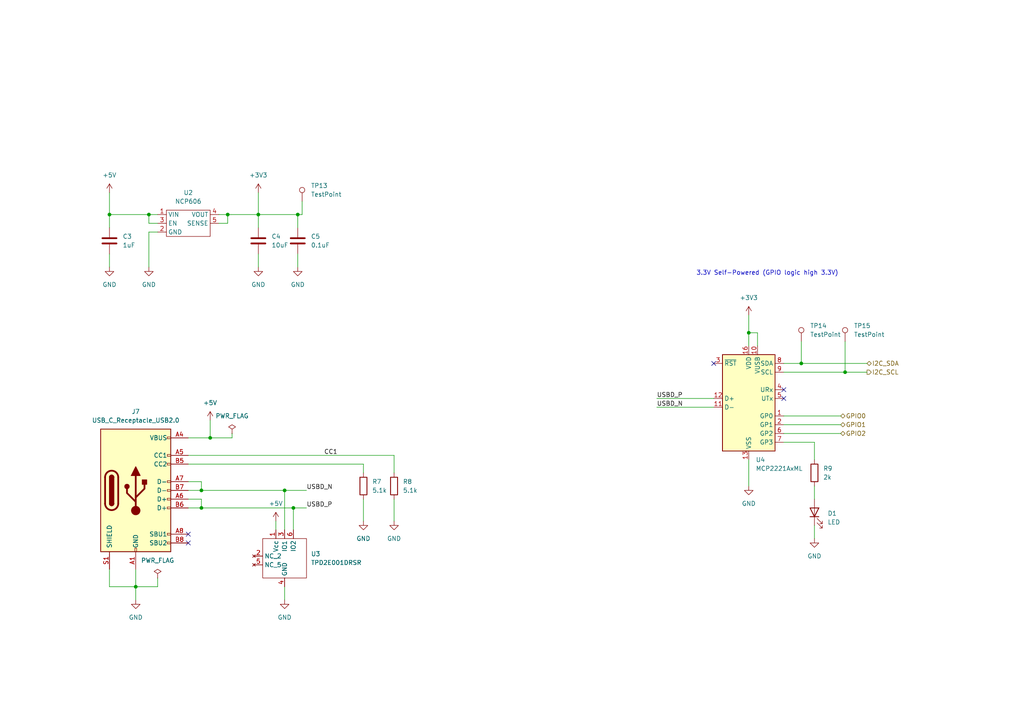
<source format=kicad_sch>
(kicad_sch (version 20211123) (generator eeschema)

  (uuid 8fb6774b-9ab0-47a5-9476-41708212d06d)

  (paper "A4")

  (lib_symbols
    (symbol "Connector:TestPoint" (pin_numbers hide) (pin_names (offset 0.762) hide) (in_bom yes) (on_board yes)
      (property "Reference" "TP" (id 0) (at 0 6.858 0)
        (effects (font (size 1.27 1.27)))
      )
      (property "Value" "TestPoint" (id 1) (at 0 5.08 0)
        (effects (font (size 1.27 1.27)))
      )
      (property "Footprint" "" (id 2) (at 5.08 0 0)
        (effects (font (size 1.27 1.27)) hide)
      )
      (property "Datasheet" "~" (id 3) (at 5.08 0 0)
        (effects (font (size 1.27 1.27)) hide)
      )
      (property "ki_keywords" "test point tp" (id 4) (at 0 0 0)
        (effects (font (size 1.27 1.27)) hide)
      )
      (property "ki_description" "test point" (id 5) (at 0 0 0)
        (effects (font (size 1.27 1.27)) hide)
      )
      (property "ki_fp_filters" "Pin* Test*" (id 6) (at 0 0 0)
        (effects (font (size 1.27 1.27)) hide)
      )
      (symbol "TestPoint_0_1"
        (circle (center 0 3.302) (radius 0.762)
          (stroke (width 0) (type default) (color 0 0 0 0))
          (fill (type none))
        )
      )
      (symbol "TestPoint_1_1"
        (pin passive line (at 0 0 90) (length 2.54)
          (name "1" (effects (font (size 1.27 1.27))))
          (number "1" (effects (font (size 1.27 1.27))))
        )
      )
    )
    (symbol "Connector:USB_C_Receptacle_USB2.0" (pin_names (offset 1.016)) (in_bom yes) (on_board yes)
      (property "Reference" "J" (id 0) (at -10.16 19.05 0)
        (effects (font (size 1.27 1.27)) (justify left))
      )
      (property "Value" "USB_C_Receptacle_USB2.0" (id 1) (at 19.05 19.05 0)
        (effects (font (size 1.27 1.27)) (justify right))
      )
      (property "Footprint" "" (id 2) (at 3.81 0 0)
        (effects (font (size 1.27 1.27)) hide)
      )
      (property "Datasheet" "https://www.usb.org/sites/default/files/documents/usb_type-c.zip" (id 3) (at 3.81 0 0)
        (effects (font (size 1.27 1.27)) hide)
      )
      (property "ki_keywords" "usb universal serial bus type-C USB2.0" (id 4) (at 0 0 0)
        (effects (font (size 1.27 1.27)) hide)
      )
      (property "ki_description" "USB 2.0-only Type-C Receptacle connector" (id 5) (at 0 0 0)
        (effects (font (size 1.27 1.27)) hide)
      )
      (property "ki_fp_filters" "USB*C*Receptacle*" (id 6) (at 0 0 0)
        (effects (font (size 1.27 1.27)) hide)
      )
      (symbol "USB_C_Receptacle_USB2.0_0_0"
        (rectangle (start -0.254 -17.78) (end 0.254 -16.764)
          (stroke (width 0) (type default) (color 0 0 0 0))
          (fill (type none))
        )
        (rectangle (start 10.16 -14.986) (end 9.144 -15.494)
          (stroke (width 0) (type default) (color 0 0 0 0))
          (fill (type none))
        )
        (rectangle (start 10.16 -12.446) (end 9.144 -12.954)
          (stroke (width 0) (type default) (color 0 0 0 0))
          (fill (type none))
        )
        (rectangle (start 10.16 -4.826) (end 9.144 -5.334)
          (stroke (width 0) (type default) (color 0 0 0 0))
          (fill (type none))
        )
        (rectangle (start 10.16 -2.286) (end 9.144 -2.794)
          (stroke (width 0) (type default) (color 0 0 0 0))
          (fill (type none))
        )
        (rectangle (start 10.16 0.254) (end 9.144 -0.254)
          (stroke (width 0) (type default) (color 0 0 0 0))
          (fill (type none))
        )
        (rectangle (start 10.16 2.794) (end 9.144 2.286)
          (stroke (width 0) (type default) (color 0 0 0 0))
          (fill (type none))
        )
        (rectangle (start 10.16 7.874) (end 9.144 7.366)
          (stroke (width 0) (type default) (color 0 0 0 0))
          (fill (type none))
        )
        (rectangle (start 10.16 10.414) (end 9.144 9.906)
          (stroke (width 0) (type default) (color 0 0 0 0))
          (fill (type none))
        )
        (rectangle (start 10.16 15.494) (end 9.144 14.986)
          (stroke (width 0) (type default) (color 0 0 0 0))
          (fill (type none))
        )
      )
      (symbol "USB_C_Receptacle_USB2.0_0_1"
        (rectangle (start -10.16 17.78) (end 10.16 -17.78)
          (stroke (width 0.254) (type default) (color 0 0 0 0))
          (fill (type background))
        )
        (arc (start -8.89 -3.81) (mid -6.985 -5.715) (end -5.08 -3.81)
          (stroke (width 0.508) (type default) (color 0 0 0 0))
          (fill (type none))
        )
        (arc (start -7.62 -3.81) (mid -6.985 -4.445) (end -6.35 -3.81)
          (stroke (width 0.254) (type default) (color 0 0 0 0))
          (fill (type none))
        )
        (arc (start -7.62 -3.81) (mid -6.985 -4.445) (end -6.35 -3.81)
          (stroke (width 0.254) (type default) (color 0 0 0 0))
          (fill (type outline))
        )
        (rectangle (start -7.62 -3.81) (end -6.35 3.81)
          (stroke (width 0.254) (type default) (color 0 0 0 0))
          (fill (type outline))
        )
        (arc (start -6.35 3.81) (mid -6.985 4.445) (end -7.62 3.81)
          (stroke (width 0.254) (type default) (color 0 0 0 0))
          (fill (type none))
        )
        (arc (start -6.35 3.81) (mid -6.985 4.445) (end -7.62 3.81)
          (stroke (width 0.254) (type default) (color 0 0 0 0))
          (fill (type outline))
        )
        (arc (start -5.08 3.81) (mid -6.985 5.715) (end -8.89 3.81)
          (stroke (width 0.508) (type default) (color 0 0 0 0))
          (fill (type none))
        )
        (circle (center -2.54 1.143) (radius 0.635)
          (stroke (width 0.254) (type default) (color 0 0 0 0))
          (fill (type outline))
        )
        (circle (center 0 -5.842) (radius 1.27)
          (stroke (width 0) (type default) (color 0 0 0 0))
          (fill (type outline))
        )
        (polyline
          (pts
            (xy -8.89 -3.81)
            (xy -8.89 3.81)
          )
          (stroke (width 0.508) (type default) (color 0 0 0 0))
          (fill (type none))
        )
        (polyline
          (pts
            (xy -5.08 3.81)
            (xy -5.08 -3.81)
          )
          (stroke (width 0.508) (type default) (color 0 0 0 0))
          (fill (type none))
        )
        (polyline
          (pts
            (xy 0 -5.842)
            (xy 0 4.318)
          )
          (stroke (width 0.508) (type default) (color 0 0 0 0))
          (fill (type none))
        )
        (polyline
          (pts
            (xy 0 -3.302)
            (xy -2.54 -0.762)
            (xy -2.54 0.508)
          )
          (stroke (width 0.508) (type default) (color 0 0 0 0))
          (fill (type none))
        )
        (polyline
          (pts
            (xy 0 -2.032)
            (xy 2.54 0.508)
            (xy 2.54 1.778)
          )
          (stroke (width 0.508) (type default) (color 0 0 0 0))
          (fill (type none))
        )
        (polyline
          (pts
            (xy -1.27 4.318)
            (xy 0 6.858)
            (xy 1.27 4.318)
            (xy -1.27 4.318)
          )
          (stroke (width 0.254) (type default) (color 0 0 0 0))
          (fill (type outline))
        )
        (rectangle (start 1.905 1.778) (end 3.175 3.048)
          (stroke (width 0.254) (type default) (color 0 0 0 0))
          (fill (type outline))
        )
      )
      (symbol "USB_C_Receptacle_USB2.0_1_1"
        (pin passive line (at 0 -22.86 90) (length 5.08)
          (name "GND" (effects (font (size 1.27 1.27))))
          (number "A1" (effects (font (size 1.27 1.27))))
        )
        (pin passive line (at 0 -22.86 90) (length 5.08) hide
          (name "GND" (effects (font (size 1.27 1.27))))
          (number "A12" (effects (font (size 1.27 1.27))))
        )
        (pin passive line (at 15.24 15.24 180) (length 5.08)
          (name "VBUS" (effects (font (size 1.27 1.27))))
          (number "A4" (effects (font (size 1.27 1.27))))
        )
        (pin bidirectional line (at 15.24 10.16 180) (length 5.08)
          (name "CC1" (effects (font (size 1.27 1.27))))
          (number "A5" (effects (font (size 1.27 1.27))))
        )
        (pin bidirectional line (at 15.24 -2.54 180) (length 5.08)
          (name "D+" (effects (font (size 1.27 1.27))))
          (number "A6" (effects (font (size 1.27 1.27))))
        )
        (pin bidirectional line (at 15.24 2.54 180) (length 5.08)
          (name "D-" (effects (font (size 1.27 1.27))))
          (number "A7" (effects (font (size 1.27 1.27))))
        )
        (pin bidirectional line (at 15.24 -12.7 180) (length 5.08)
          (name "SBU1" (effects (font (size 1.27 1.27))))
          (number "A8" (effects (font (size 1.27 1.27))))
        )
        (pin passive line (at 15.24 15.24 180) (length 5.08) hide
          (name "VBUS" (effects (font (size 1.27 1.27))))
          (number "A9" (effects (font (size 1.27 1.27))))
        )
        (pin passive line (at 0 -22.86 90) (length 5.08) hide
          (name "GND" (effects (font (size 1.27 1.27))))
          (number "B1" (effects (font (size 1.27 1.27))))
        )
        (pin passive line (at 0 -22.86 90) (length 5.08) hide
          (name "GND" (effects (font (size 1.27 1.27))))
          (number "B12" (effects (font (size 1.27 1.27))))
        )
        (pin passive line (at 15.24 15.24 180) (length 5.08) hide
          (name "VBUS" (effects (font (size 1.27 1.27))))
          (number "B4" (effects (font (size 1.27 1.27))))
        )
        (pin bidirectional line (at 15.24 7.62 180) (length 5.08)
          (name "CC2" (effects (font (size 1.27 1.27))))
          (number "B5" (effects (font (size 1.27 1.27))))
        )
        (pin bidirectional line (at 15.24 -5.08 180) (length 5.08)
          (name "D+" (effects (font (size 1.27 1.27))))
          (number "B6" (effects (font (size 1.27 1.27))))
        )
        (pin bidirectional line (at 15.24 0 180) (length 5.08)
          (name "D-" (effects (font (size 1.27 1.27))))
          (number "B7" (effects (font (size 1.27 1.27))))
        )
        (pin bidirectional line (at 15.24 -15.24 180) (length 5.08)
          (name "SBU2" (effects (font (size 1.27 1.27))))
          (number "B8" (effects (font (size 1.27 1.27))))
        )
        (pin passive line (at 15.24 15.24 180) (length 5.08) hide
          (name "VBUS" (effects (font (size 1.27 1.27))))
          (number "B9" (effects (font (size 1.27 1.27))))
        )
        (pin passive line (at -7.62 -22.86 90) (length 5.08)
          (name "SHIELD" (effects (font (size 1.27 1.27))))
          (number "S1" (effects (font (size 1.27 1.27))))
        )
      )
    )
    (symbol "Device:C" (pin_numbers hide) (pin_names (offset 0.254)) (in_bom yes) (on_board yes)
      (property "Reference" "C" (id 0) (at 0.635 2.54 0)
        (effects (font (size 1.27 1.27)) (justify left))
      )
      (property "Value" "C" (id 1) (at 0.635 -2.54 0)
        (effects (font (size 1.27 1.27)) (justify left))
      )
      (property "Footprint" "" (id 2) (at 0.9652 -3.81 0)
        (effects (font (size 1.27 1.27)) hide)
      )
      (property "Datasheet" "~" (id 3) (at 0 0 0)
        (effects (font (size 1.27 1.27)) hide)
      )
      (property "ki_keywords" "cap capacitor" (id 4) (at 0 0 0)
        (effects (font (size 1.27 1.27)) hide)
      )
      (property "ki_description" "Unpolarized capacitor" (id 5) (at 0 0 0)
        (effects (font (size 1.27 1.27)) hide)
      )
      (property "ki_fp_filters" "C_*" (id 6) (at 0 0 0)
        (effects (font (size 1.27 1.27)) hide)
      )
      (symbol "C_0_1"
        (polyline
          (pts
            (xy -2.032 -0.762)
            (xy 2.032 -0.762)
          )
          (stroke (width 0.508) (type default) (color 0 0 0 0))
          (fill (type none))
        )
        (polyline
          (pts
            (xy -2.032 0.762)
            (xy 2.032 0.762)
          )
          (stroke (width 0.508) (type default) (color 0 0 0 0))
          (fill (type none))
        )
      )
      (symbol "C_1_1"
        (pin passive line (at 0 3.81 270) (length 2.794)
          (name "~" (effects (font (size 1.27 1.27))))
          (number "1" (effects (font (size 1.27 1.27))))
        )
        (pin passive line (at 0 -3.81 90) (length 2.794)
          (name "~" (effects (font (size 1.27 1.27))))
          (number "2" (effects (font (size 1.27 1.27))))
        )
      )
    )
    (symbol "Device:LED" (pin_numbers hide) (pin_names (offset 1.016) hide) (in_bom yes) (on_board yes)
      (property "Reference" "D" (id 0) (at 0 2.54 0)
        (effects (font (size 1.27 1.27)))
      )
      (property "Value" "LED" (id 1) (at 0 -2.54 0)
        (effects (font (size 1.27 1.27)))
      )
      (property "Footprint" "" (id 2) (at 0 0 0)
        (effects (font (size 1.27 1.27)) hide)
      )
      (property "Datasheet" "~" (id 3) (at 0 0 0)
        (effects (font (size 1.27 1.27)) hide)
      )
      (property "ki_keywords" "LED diode" (id 4) (at 0 0 0)
        (effects (font (size 1.27 1.27)) hide)
      )
      (property "ki_description" "Light emitting diode" (id 5) (at 0 0 0)
        (effects (font (size 1.27 1.27)) hide)
      )
      (property "ki_fp_filters" "LED* LED_SMD:* LED_THT:*" (id 6) (at 0 0 0)
        (effects (font (size 1.27 1.27)) hide)
      )
      (symbol "LED_0_1"
        (polyline
          (pts
            (xy -1.27 -1.27)
            (xy -1.27 1.27)
          )
          (stroke (width 0.254) (type default) (color 0 0 0 0))
          (fill (type none))
        )
        (polyline
          (pts
            (xy -1.27 0)
            (xy 1.27 0)
          )
          (stroke (width 0) (type default) (color 0 0 0 0))
          (fill (type none))
        )
        (polyline
          (pts
            (xy 1.27 -1.27)
            (xy 1.27 1.27)
            (xy -1.27 0)
            (xy 1.27 -1.27)
          )
          (stroke (width 0.254) (type default) (color 0 0 0 0))
          (fill (type none))
        )
        (polyline
          (pts
            (xy -3.048 -0.762)
            (xy -4.572 -2.286)
            (xy -3.81 -2.286)
            (xy -4.572 -2.286)
            (xy -4.572 -1.524)
          )
          (stroke (width 0) (type default) (color 0 0 0 0))
          (fill (type none))
        )
        (polyline
          (pts
            (xy -1.778 -0.762)
            (xy -3.302 -2.286)
            (xy -2.54 -2.286)
            (xy -3.302 -2.286)
            (xy -3.302 -1.524)
          )
          (stroke (width 0) (type default) (color 0 0 0 0))
          (fill (type none))
        )
      )
      (symbol "LED_1_1"
        (pin passive line (at -3.81 0 0) (length 2.54)
          (name "K" (effects (font (size 1.27 1.27))))
          (number "1" (effects (font (size 1.27 1.27))))
        )
        (pin passive line (at 3.81 0 180) (length 2.54)
          (name "A" (effects (font (size 1.27 1.27))))
          (number "2" (effects (font (size 1.27 1.27))))
        )
      )
    )
    (symbol "Device:R" (pin_numbers hide) (pin_names (offset 0)) (in_bom yes) (on_board yes)
      (property "Reference" "R" (id 0) (at 2.032 0 90)
        (effects (font (size 1.27 1.27)))
      )
      (property "Value" "R" (id 1) (at 0 0 90)
        (effects (font (size 1.27 1.27)))
      )
      (property "Footprint" "" (id 2) (at -1.778 0 90)
        (effects (font (size 1.27 1.27)) hide)
      )
      (property "Datasheet" "~" (id 3) (at 0 0 0)
        (effects (font (size 1.27 1.27)) hide)
      )
      (property "ki_keywords" "R res resistor" (id 4) (at 0 0 0)
        (effects (font (size 1.27 1.27)) hide)
      )
      (property "ki_description" "Resistor" (id 5) (at 0 0 0)
        (effects (font (size 1.27 1.27)) hide)
      )
      (property "ki_fp_filters" "R_*" (id 6) (at 0 0 0)
        (effects (font (size 1.27 1.27)) hide)
      )
      (symbol "R_0_1"
        (rectangle (start -1.016 -2.54) (end 1.016 2.54)
          (stroke (width 0.254) (type default) (color 0 0 0 0))
          (fill (type none))
        )
      )
      (symbol "R_1_1"
        (pin passive line (at 0 3.81 270) (length 1.27)
          (name "~" (effects (font (size 1.27 1.27))))
          (number "1" (effects (font (size 1.27 1.27))))
        )
        (pin passive line (at 0 -3.81 90) (length 1.27)
          (name "~" (effects (font (size 1.27 1.27))))
          (number "2" (effects (font (size 1.27 1.27))))
        )
      )
    )
    (symbol "Interface_USB:MCP2221AxML" (in_bom yes) (on_board yes)
      (property "Reference" "U" (id 0) (at -7.62 16.51 0)
        (effects (font (size 1.27 1.27)))
      )
      (property "Value" "MCP2221AxML" (id 1) (at 12.7 16.51 0)
        (effects (font (size 1.27 1.27)))
      )
      (property "Footprint" "Package_DFN_QFN:QFN-16-1EP_4x4mm_P0.65mm_EP2.5x2.5mm" (id 2) (at 0 25.4 0)
        (effects (font (size 1.27 1.27)) hide)
      )
      (property "Datasheet" "http://ww1.microchip.com/downloads/en/DeviceDoc/20005565B.pdf" (id 3) (at 0 17.78 0)
        (effects (font (size 1.27 1.27)) hide)
      )
      (property "ki_keywords" "USB I2C UART Converter Bridge" (id 4) (at 0 0 0)
        (effects (font (size 1.27 1.27)) hide)
      )
      (property "ki_description" "USB to I2C/UART Protocol Converter with GPIO, QFN-16" (id 5) (at 0 0 0)
        (effects (font (size 1.27 1.27)) hide)
      )
      (property "ki_fp_filters" "QFN*1EP*4x4mm*P0.65mm*" (id 6) (at 0 0 0)
        (effects (font (size 1.27 1.27)) hide)
      )
      (symbol "MCP2221AxML_0_1"
        (rectangle (start -7.62 15.24) (end 7.62 -12.7)
          (stroke (width 0.254) (type default) (color 0 0 0 0))
          (fill (type background))
        )
      )
      (symbol "MCP2221AxML_1_1"
        (pin bidirectional line (at 10.16 -2.54 180) (length 2.54)
          (name "GP0" (effects (font (size 1.27 1.27))))
          (number "1" (effects (font (size 1.27 1.27))))
        )
        (pin passive line (at 2.54 17.78 270) (length 2.54)
          (name "VUSB" (effects (font (size 1.27 1.27))))
          (number "10" (effects (font (size 1.27 1.27))))
        )
        (pin bidirectional line (at -10.16 0 0) (length 2.54)
          (name "D-" (effects (font (size 1.27 1.27))))
          (number "11" (effects (font (size 1.27 1.27))))
        )
        (pin bidirectional line (at -10.16 2.54 0) (length 2.54)
          (name "D+" (effects (font (size 1.27 1.27))))
          (number "12" (effects (font (size 1.27 1.27))))
        )
        (pin power_in line (at 0 -15.24 90) (length 2.54)
          (name "VSS" (effects (font (size 1.27 1.27))))
          (number "13" (effects (font (size 1.27 1.27))))
        )
        (pin no_connect line (at -7.62 -2.54 0) (length 2.54) hide
          (name "NC" (effects (font (size 1.27 1.27))))
          (number "14" (effects (font (size 1.27 1.27))))
        )
        (pin no_connect line (at -7.62 -5.08 0) (length 2.54) hide
          (name "NC" (effects (font (size 1.27 1.27))))
          (number "15" (effects (font (size 1.27 1.27))))
        )
        (pin power_in line (at 0 17.78 270) (length 2.54)
          (name "VDD" (effects (font (size 1.27 1.27))))
          (number "16" (effects (font (size 1.27 1.27))))
        )
        (pin no_connect line (at -7.62 -7.62 0) (length 2.54) hide
          (name "NC" (effects (font (size 1.27 1.27))))
          (number "17" (effects (font (size 1.27 1.27))))
        )
        (pin bidirectional line (at 10.16 -5.08 180) (length 2.54)
          (name "GP1" (effects (font (size 1.27 1.27))))
          (number "2" (effects (font (size 1.27 1.27))))
        )
        (pin input line (at -10.16 12.7 0) (length 2.54)
          (name "~{RST}" (effects (font (size 1.27 1.27))))
          (number "3" (effects (font (size 1.27 1.27))))
        )
        (pin input line (at 10.16 5.08 180) (length 2.54)
          (name "URx" (effects (font (size 1.27 1.27))))
          (number "4" (effects (font (size 1.27 1.27))))
        )
        (pin output line (at 10.16 2.54 180) (length 2.54)
          (name "UTx" (effects (font (size 1.27 1.27))))
          (number "5" (effects (font (size 1.27 1.27))))
        )
        (pin bidirectional line (at 10.16 -7.62 180) (length 2.54)
          (name "GP2" (effects (font (size 1.27 1.27))))
          (number "6" (effects (font (size 1.27 1.27))))
        )
        (pin bidirectional line (at 10.16 -10.16 180) (length 2.54)
          (name "GP3" (effects (font (size 1.27 1.27))))
          (number "7" (effects (font (size 1.27 1.27))))
        )
        (pin bidirectional line (at 10.16 12.7 180) (length 2.54)
          (name "SDA" (effects (font (size 1.27 1.27))))
          (number "8" (effects (font (size 1.27 1.27))))
        )
        (pin bidirectional line (at 10.16 10.16 180) (length 2.54)
          (name "SCL" (effects (font (size 1.27 1.27))))
          (number "9" (effects (font (size 1.27 1.27))))
        )
      )
    )
    (symbol "ik:NCP606" (in_bom yes) (on_board yes)
      (property "Reference" "U" (id 0) (at -2.54 5.08 0)
        (effects (font (size 1.27 1.27)))
      )
      (property "Value" "NCP606" (id 1) (at 0 -5.08 0)
        (effects (font (size 1.27 1.27)))
      )
      (property "Footprint" "" (id 2) (at 0 0 0)
        (effects (font (size 1.27 1.27)) hide)
      )
      (property "Datasheet" "" (id 3) (at 0 0 0)
        (effects (font (size 1.27 1.27)) hide)
      )
      (symbol "NCP606_0_1"
        (rectangle (start -3.81 3.81) (end 8.89 -3.81)
          (stroke (width 0) (type default) (color 0 0 0 0))
          (fill (type none))
        )
      )
      (symbol "NCP606_1_1"
        (pin power_in line (at -6.35 2.54 0) (length 2.54)
          (name "VIN" (effects (font (size 1.27 1.27))))
          (number "1" (effects (font (size 1.27 1.27))))
        )
        (pin power_in line (at -6.35 -2.54 0) (length 2.54)
          (name "GND" (effects (font (size 1.27 1.27))))
          (number "2" (effects (font (size 1.27 1.27))))
        )
        (pin input line (at -6.35 0 0) (length 2.54)
          (name "EN" (effects (font (size 1.27 1.27))))
          (number "3" (effects (font (size 1.27 1.27))))
        )
        (pin power_out line (at 11.43 2.54 180) (length 2.54)
          (name "VOUT" (effects (font (size 1.27 1.27))))
          (number "4" (effects (font (size 1.27 1.27))))
        )
        (pin passive line (at 11.43 0 180) (length 2.54)
          (name "SENSE" (effects (font (size 1.27 1.27))))
          (number "5" (effects (font (size 1.27 1.27))))
        )
        (pin power_in line (at -6.35 2.54 0) (length 2.54) hide
          (name "VIN" (effects (font (size 1.27 1.27))))
          (number "6" (effects (font (size 1.27 1.27))))
        )
        (pin power_in line (at -6.35 -2.54 0) (length 2.54) hide
          (name "GND" (effects (font (size 1.27 1.27))))
          (number "7" (effects (font (size 1.27 1.27))))
        )
      )
    )
    (symbol "ik:TPD2E001DRSR" (in_bom yes) (on_board yes)
      (property "Reference" "U" (id 0) (at -5.08 -7.62 0)
        (effects (font (size 1.27 1.27)))
      )
      (property "Value" "TPD2E001DRSR" (id 1) (at 11.43 -7.62 0)
        (effects (font (size 1.27 1.27)))
      )
      (property "Footprint" "" (id 2) (at -6.35 0 0)
        (effects (font (size 1.27 1.27)) hide)
      )
      (property "Datasheet" "" (id 3) (at -6.35 0 0)
        (effects (font (size 1.27 1.27)) hide)
      )
      (symbol "TPD2E001DRSR_0_1"
        (rectangle (start -6.35 5.08) (end 6.35 -6.35)
          (stroke (width 0) (type default) (color 0 0 0 0))
          (fill (type none))
        )
      )
      (symbol "TPD2E001DRSR_1_1"
        (pin passive line (at -2.54 7.62 270) (length 2.54)
          (name "Vcc" (effects (font (size 1.27 1.27))))
          (number "1" (effects (font (size 1.27 1.27))))
        )
        (pin no_connect line (at -8.89 0 0) (length 2.54)
          (name "NC_2" (effects (font (size 1.27 1.27))))
          (number "2" (effects (font (size 1.27 1.27))))
        )
        (pin passive line (at 0 7.62 270) (length 2.54)
          (name "IO1" (effects (font (size 1.27 1.27))))
          (number "3" (effects (font (size 1.27 1.27))))
        )
        (pin passive line (at 0 -8.89 90) (length 2.54)
          (name "GND" (effects (font (size 1.27 1.27))))
          (number "4" (effects (font (size 1.27 1.27))))
        )
        (pin no_connect line (at -8.89 -2.54 0) (length 2.54)
          (name "NC_5" (effects (font (size 1.27 1.27))))
          (number "5" (effects (font (size 1.27 1.27))))
        )
        (pin passive line (at 2.54 7.62 270) (length 2.54)
          (name "IO2" (effects (font (size 1.27 1.27))))
          (number "6" (effects (font (size 1.27 1.27))))
        )
      )
    )
    (symbol "power:+3V3" (power) (pin_names (offset 0)) (in_bom yes) (on_board yes)
      (property "Reference" "#PWR" (id 0) (at 0 -3.81 0)
        (effects (font (size 1.27 1.27)) hide)
      )
      (property "Value" "+3V3" (id 1) (at 0 3.556 0)
        (effects (font (size 1.27 1.27)))
      )
      (property "Footprint" "" (id 2) (at 0 0 0)
        (effects (font (size 1.27 1.27)) hide)
      )
      (property "Datasheet" "" (id 3) (at 0 0 0)
        (effects (font (size 1.27 1.27)) hide)
      )
      (property "ki_keywords" "power-flag" (id 4) (at 0 0 0)
        (effects (font (size 1.27 1.27)) hide)
      )
      (property "ki_description" "Power symbol creates a global label with name \"+3V3\"" (id 5) (at 0 0 0)
        (effects (font (size 1.27 1.27)) hide)
      )
      (symbol "+3V3_0_1"
        (polyline
          (pts
            (xy -0.762 1.27)
            (xy 0 2.54)
          )
          (stroke (width 0) (type default) (color 0 0 0 0))
          (fill (type none))
        )
        (polyline
          (pts
            (xy 0 0)
            (xy 0 2.54)
          )
          (stroke (width 0) (type default) (color 0 0 0 0))
          (fill (type none))
        )
        (polyline
          (pts
            (xy 0 2.54)
            (xy 0.762 1.27)
          )
          (stroke (width 0) (type default) (color 0 0 0 0))
          (fill (type none))
        )
      )
      (symbol "+3V3_1_1"
        (pin power_in line (at 0 0 90) (length 0) hide
          (name "+3V3" (effects (font (size 1.27 1.27))))
          (number "1" (effects (font (size 1.27 1.27))))
        )
      )
    )
    (symbol "power:+5V" (power) (pin_names (offset 0)) (in_bom yes) (on_board yes)
      (property "Reference" "#PWR" (id 0) (at 0 -3.81 0)
        (effects (font (size 1.27 1.27)) hide)
      )
      (property "Value" "+5V" (id 1) (at 0 3.556 0)
        (effects (font (size 1.27 1.27)))
      )
      (property "Footprint" "" (id 2) (at 0 0 0)
        (effects (font (size 1.27 1.27)) hide)
      )
      (property "Datasheet" "" (id 3) (at 0 0 0)
        (effects (font (size 1.27 1.27)) hide)
      )
      (property "ki_keywords" "power-flag" (id 4) (at 0 0 0)
        (effects (font (size 1.27 1.27)) hide)
      )
      (property "ki_description" "Power symbol creates a global label with name \"+5V\"" (id 5) (at 0 0 0)
        (effects (font (size 1.27 1.27)) hide)
      )
      (symbol "+5V_0_1"
        (polyline
          (pts
            (xy -0.762 1.27)
            (xy 0 2.54)
          )
          (stroke (width 0) (type default) (color 0 0 0 0))
          (fill (type none))
        )
        (polyline
          (pts
            (xy 0 0)
            (xy 0 2.54)
          )
          (stroke (width 0) (type default) (color 0 0 0 0))
          (fill (type none))
        )
        (polyline
          (pts
            (xy 0 2.54)
            (xy 0.762 1.27)
          )
          (stroke (width 0) (type default) (color 0 0 0 0))
          (fill (type none))
        )
      )
      (symbol "+5V_1_1"
        (pin power_in line (at 0 0 90) (length 0) hide
          (name "+5V" (effects (font (size 1.27 1.27))))
          (number "1" (effects (font (size 1.27 1.27))))
        )
      )
    )
    (symbol "power:GND" (power) (pin_names (offset 0)) (in_bom yes) (on_board yes)
      (property "Reference" "#PWR" (id 0) (at 0 -6.35 0)
        (effects (font (size 1.27 1.27)) hide)
      )
      (property "Value" "GND" (id 1) (at 0 -3.81 0)
        (effects (font (size 1.27 1.27)))
      )
      (property "Footprint" "" (id 2) (at 0 0 0)
        (effects (font (size 1.27 1.27)) hide)
      )
      (property "Datasheet" "" (id 3) (at 0 0 0)
        (effects (font (size 1.27 1.27)) hide)
      )
      (property "ki_keywords" "power-flag" (id 4) (at 0 0 0)
        (effects (font (size 1.27 1.27)) hide)
      )
      (property "ki_description" "Power symbol creates a global label with name \"GND\" , ground" (id 5) (at 0 0 0)
        (effects (font (size 1.27 1.27)) hide)
      )
      (symbol "GND_0_1"
        (polyline
          (pts
            (xy 0 0)
            (xy 0 -1.27)
            (xy 1.27 -1.27)
            (xy 0 -2.54)
            (xy -1.27 -1.27)
            (xy 0 -1.27)
          )
          (stroke (width 0) (type default) (color 0 0 0 0))
          (fill (type none))
        )
      )
      (symbol "GND_1_1"
        (pin power_in line (at 0 0 270) (length 0) hide
          (name "GND" (effects (font (size 1.27 1.27))))
          (number "1" (effects (font (size 1.27 1.27))))
        )
      )
    )
    (symbol "power:PWR_FLAG" (power) (pin_numbers hide) (pin_names (offset 0) hide) (in_bom yes) (on_board yes)
      (property "Reference" "#FLG" (id 0) (at 0 1.905 0)
        (effects (font (size 1.27 1.27)) hide)
      )
      (property "Value" "PWR_FLAG" (id 1) (at 0 3.81 0)
        (effects (font (size 1.27 1.27)))
      )
      (property "Footprint" "" (id 2) (at 0 0 0)
        (effects (font (size 1.27 1.27)) hide)
      )
      (property "Datasheet" "~" (id 3) (at 0 0 0)
        (effects (font (size 1.27 1.27)) hide)
      )
      (property "ki_keywords" "power-flag" (id 4) (at 0 0 0)
        (effects (font (size 1.27 1.27)) hide)
      )
      (property "ki_description" "Special symbol for telling ERC where power comes from" (id 5) (at 0 0 0)
        (effects (font (size 1.27 1.27)) hide)
      )
      (symbol "PWR_FLAG_0_0"
        (pin power_out line (at 0 0 90) (length 0)
          (name "pwr" (effects (font (size 1.27 1.27))))
          (number "1" (effects (font (size 1.27 1.27))))
        )
      )
      (symbol "PWR_FLAG_0_1"
        (polyline
          (pts
            (xy 0 0)
            (xy 0 1.27)
            (xy -1.016 1.905)
            (xy 0 2.54)
            (xy 1.016 1.905)
            (xy 0 1.27)
          )
          (stroke (width 0) (type default) (color 0 0 0 0))
          (fill (type none))
        )
      )
    )
  )

  (junction (at 86.36 62.23) (diameter 0) (color 0 0 0 0)
    (uuid 0a5da4c8-11db-47b1-a227-ae817a2a80f0)
  )
  (junction (at 66.04 62.23) (diameter 0) (color 0 0 0 0)
    (uuid 1209d540-ea87-422e-b1dd-7fd6cf30061c)
  )
  (junction (at 245.11 107.95) (diameter 0) (color 0 0 0 0)
    (uuid 27f23342-cf11-4f28-961b-dbc5d98a270f)
  )
  (junction (at 74.93 62.23) (diameter 0) (color 0 0 0 0)
    (uuid 33a775e9-7e97-416b-8b7e-4d2bbc2e28b9)
  )
  (junction (at 58.42 147.32) (diameter 0) (color 0 0 0 0)
    (uuid 3d766ce4-eb46-4033-83cd-2e52bc281be3)
  )
  (junction (at 85.09 147.32) (diameter 0) (color 0 0 0 0)
    (uuid 46fe5c61-41f9-44c8-bd86-c407eecd186f)
  )
  (junction (at 60.96 127) (diameter 0) (color 0 0 0 0)
    (uuid 4caf82de-a596-4c2d-8f6a-511a33c90c55)
  )
  (junction (at 82.55 142.24) (diameter 0) (color 0 0 0 0)
    (uuid 5a3162c0-f15e-448b-abae-45969abc5e29)
  )
  (junction (at 217.17 96.52) (diameter 0) (color 0 0 0 0)
    (uuid 68d701a9-4bcb-4fe1-b3da-4326023dac4c)
  )
  (junction (at 232.41 105.41) (diameter 0) (color 0 0 0 0)
    (uuid 9d18c63b-3080-4465-975c-377edc8caf7b)
  )
  (junction (at 58.42 142.24) (diameter 0) (color 0 0 0 0)
    (uuid ac202ab6-7c79-49c9-b747-539c817aaf2c)
  )
  (junction (at 43.18 62.23) (diameter 0) (color 0 0 0 0)
    (uuid dcf78e5d-1be1-47c8-9f6b-c4c4398626a5)
  )
  (junction (at 31.75 62.23) (diameter 0) (color 0 0 0 0)
    (uuid f5bc0654-96eb-4c63-9d9c-325258e54d5e)
  )
  (junction (at 39.37 170.18) (diameter 0) (color 0 0 0 0)
    (uuid fd27da93-2283-4b05-b084-a1fec4c1448d)
  )

  (no_connect (at 227.33 113.03) (uuid 516b1153-dce7-40f0-9d38-4ab7bc50659d))
  (no_connect (at 227.33 115.57) (uuid 516b1153-dce7-40f0-9d38-4ab7bc50659e))
  (no_connect (at 207.01 105.41) (uuid 516b1153-dce7-40f0-9d38-4ab7bc50659f))
  (no_connect (at 54.61 157.48) (uuid bcd6a0fe-d218-4ba9-bcaf-dcaafe2a81d7))
  (no_connect (at 54.61 154.94) (uuid bcd6a0fe-d218-4ba9-bcaf-dcaafe2a81d8))

  (wire (pts (xy 105.41 144.78) (xy 105.41 151.13))
    (stroke (width 0) (type default) (color 0 0 0 0))
    (uuid 00857a98-9232-4d56-a13a-161820446478)
  )
  (wire (pts (xy 39.37 165.1) (xy 39.37 170.18))
    (stroke (width 0) (type default) (color 0 0 0 0))
    (uuid 044ce540-1b40-47a5-ac8e-8567b3613fc6)
  )
  (wire (pts (xy 227.33 125.73) (xy 243.84 125.73))
    (stroke (width 0) (type default) (color 0 0 0 0))
    (uuid 050f4a26-7cc6-453e-b982-a67a37d3efc8)
  )
  (wire (pts (xy 74.93 55.88) (xy 74.93 62.23))
    (stroke (width 0) (type default) (color 0 0 0 0))
    (uuid 1926ddae-7605-41f7-808c-2075b8ad034a)
  )
  (wire (pts (xy 74.93 62.23) (xy 86.36 62.23))
    (stroke (width 0) (type default) (color 0 0 0 0))
    (uuid 1d67e50e-647b-4237-8760-2f352bb47b9a)
  )
  (wire (pts (xy 54.61 147.32) (xy 58.42 147.32))
    (stroke (width 0) (type default) (color 0 0 0 0))
    (uuid 1e16b275-51f4-4301-a9c8-5ab811d8af57)
  )
  (wire (pts (xy 31.75 62.23) (xy 43.18 62.23))
    (stroke (width 0) (type default) (color 0 0 0 0))
    (uuid 1e1f8b86-120a-4b4e-8e29-bf006b6c05d0)
  )
  (wire (pts (xy 245.11 99.06) (xy 245.11 107.95))
    (stroke (width 0) (type default) (color 0 0 0 0))
    (uuid 1fcc888e-cb5e-49b5-9f22-5f8a0690380f)
  )
  (wire (pts (xy 219.71 96.52) (xy 217.17 96.52))
    (stroke (width 0) (type default) (color 0 0 0 0))
    (uuid 2181e617-d5cc-4612-833e-675f17288280)
  )
  (wire (pts (xy 219.71 100.33) (xy 219.71 96.52))
    (stroke (width 0) (type default) (color 0 0 0 0))
    (uuid 24ab3db3-4bf8-4642-afe6-567746197d2d)
  )
  (wire (pts (xy 66.04 62.23) (xy 74.93 62.23))
    (stroke (width 0) (type default) (color 0 0 0 0))
    (uuid 266589a9-6903-4407-92d7-9d698b339a3f)
  )
  (wire (pts (xy 217.17 91.44) (xy 217.17 96.52))
    (stroke (width 0) (type default) (color 0 0 0 0))
    (uuid 29056132-5b8c-4d8c-a494-13928cba67ac)
  )
  (wire (pts (xy 74.93 62.23) (xy 74.93 66.04))
    (stroke (width 0) (type default) (color 0 0 0 0))
    (uuid 2d3254d2-44f0-4583-8a51-8a01a205b99f)
  )
  (wire (pts (xy 227.33 128.27) (xy 236.22 128.27))
    (stroke (width 0) (type default) (color 0 0 0 0))
    (uuid 33614477-4749-4944-b2fd-d92f2e5dfc83)
  )
  (wire (pts (xy 39.37 170.18) (xy 39.37 173.99))
    (stroke (width 0) (type default) (color 0 0 0 0))
    (uuid 343eda59-3361-4829-967a-46655a3301b5)
  )
  (wire (pts (xy 60.96 127) (xy 67.31 127))
    (stroke (width 0) (type default) (color 0 0 0 0))
    (uuid 362c9c0e-33e3-4dd8-9cd1-d0e3e22d76f4)
  )
  (wire (pts (xy 67.31 125.73) (xy 67.31 127))
    (stroke (width 0) (type default) (color 0 0 0 0))
    (uuid 3a7f8dbb-d05d-4cb0-a988-ccaf281c72ab)
  )
  (wire (pts (xy 54.61 142.24) (xy 58.42 142.24))
    (stroke (width 0) (type default) (color 0 0 0 0))
    (uuid 4669f507-dd16-4e72-95db-26e897cf735f)
  )
  (wire (pts (xy 58.42 142.24) (xy 82.55 142.24))
    (stroke (width 0) (type default) (color 0 0 0 0))
    (uuid 46dde145-47fb-4de8-9ef9-385a16f2fe6c)
  )
  (wire (pts (xy 45.72 167.64) (xy 45.72 170.18))
    (stroke (width 0) (type default) (color 0 0 0 0))
    (uuid 4d953c6d-49e0-487f-a4d6-a305852f9e1a)
  )
  (wire (pts (xy 54.61 134.62) (xy 105.41 134.62))
    (stroke (width 0) (type default) (color 0 0 0 0))
    (uuid 56365a23-1874-4c67-abf3-68921e2c1ed4)
  )
  (wire (pts (xy 114.3 132.08) (xy 114.3 137.16))
    (stroke (width 0) (type default) (color 0 0 0 0))
    (uuid 5674e308-b554-4c1c-99e1-6a29329d20f3)
  )
  (wire (pts (xy 232.41 105.41) (xy 251.46 105.41))
    (stroke (width 0) (type default) (color 0 0 0 0))
    (uuid 5ed0af60-4ab9-4083-ba5a-4139054fd68b)
  )
  (wire (pts (xy 31.75 165.1) (xy 31.75 170.18))
    (stroke (width 0) (type default) (color 0 0 0 0))
    (uuid 6164c9cd-fc0b-4b73-8ae2-7ffeaff855ff)
  )
  (wire (pts (xy 85.09 147.32) (xy 85.09 153.67))
    (stroke (width 0) (type default) (color 0 0 0 0))
    (uuid 646e0ff4-3214-4e82-a839-9d6580d3c4fa)
  )
  (wire (pts (xy 114.3 144.78) (xy 114.3 151.13))
    (stroke (width 0) (type default) (color 0 0 0 0))
    (uuid 64f6cae0-f01f-48ad-a91e-67035e416099)
  )
  (wire (pts (xy 63.5 62.23) (xy 66.04 62.23))
    (stroke (width 0) (type default) (color 0 0 0 0))
    (uuid 69566f5b-de86-47c0-9138-870f123ab99a)
  )
  (wire (pts (xy 45.72 64.77) (xy 43.18 64.77))
    (stroke (width 0) (type default) (color 0 0 0 0))
    (uuid 72a76f59-62d7-4656-9666-2a079f9d2a5b)
  )
  (wire (pts (xy 43.18 62.23) (xy 45.72 62.23))
    (stroke (width 0) (type default) (color 0 0 0 0))
    (uuid 78b375a1-4363-4e67-9f00-e0eba511c33e)
  )
  (wire (pts (xy 54.61 139.7) (xy 58.42 139.7))
    (stroke (width 0) (type default) (color 0 0 0 0))
    (uuid 79ac3a6e-d85d-4e69-a685-f55c2fd754e4)
  )
  (wire (pts (xy 31.75 55.88) (xy 31.75 62.23))
    (stroke (width 0) (type default) (color 0 0 0 0))
    (uuid 7c303e75-90f4-46cb-a687-ce8cc48e74c2)
  )
  (wire (pts (xy 217.17 96.52) (xy 217.17 100.33))
    (stroke (width 0) (type default) (color 0 0 0 0))
    (uuid 7e1dca90-60cc-4fb8-9eb4-386ae83c4f09)
  )
  (wire (pts (xy 31.75 73.66) (xy 31.75 77.47))
    (stroke (width 0) (type default) (color 0 0 0 0))
    (uuid 86a8d443-f72c-44e6-b65c-b5a88f7e86c3)
  )
  (wire (pts (xy 236.22 128.27) (xy 236.22 133.35))
    (stroke (width 0) (type default) (color 0 0 0 0))
    (uuid 887f6e89-2425-41e1-905c-f873ea59a70a)
  )
  (wire (pts (xy 236.22 152.4) (xy 236.22 156.21))
    (stroke (width 0) (type default) (color 0 0 0 0))
    (uuid 8d1625e4-5bfa-4faf-b19b-de383cb8e55c)
  )
  (wire (pts (xy 54.61 132.08) (xy 114.3 132.08))
    (stroke (width 0) (type default) (color 0 0 0 0))
    (uuid 8fe08515-cff4-4261-b46c-684a80432536)
  )
  (wire (pts (xy 236.22 140.97) (xy 236.22 144.78))
    (stroke (width 0) (type default) (color 0 0 0 0))
    (uuid 90961684-f09e-46d5-8dc7-e50f69fa666e)
  )
  (wire (pts (xy 74.93 73.66) (xy 74.93 77.47))
    (stroke (width 0) (type default) (color 0 0 0 0))
    (uuid 9a60142e-bbdb-4f4d-96db-0d9f56f3c3ad)
  )
  (wire (pts (xy 86.36 62.23) (xy 87.63 62.23))
    (stroke (width 0) (type default) (color 0 0 0 0))
    (uuid 9a611083-fd7d-481d-bd5c-d7aa6204968a)
  )
  (wire (pts (xy 86.36 73.66) (xy 86.36 77.47))
    (stroke (width 0) (type default) (color 0 0 0 0))
    (uuid 9b68fab4-d467-4b66-a9b1-c954c30303c0)
  )
  (wire (pts (xy 54.61 127) (xy 60.96 127))
    (stroke (width 0) (type default) (color 0 0 0 0))
    (uuid 9efa3983-7e61-4809-b930-6ce4d8239bb9)
  )
  (wire (pts (xy 58.42 144.78) (xy 58.42 147.32))
    (stroke (width 0) (type default) (color 0 0 0 0))
    (uuid a097db18-83db-4470-ba17-86144dcc33ba)
  )
  (wire (pts (xy 85.09 147.32) (xy 88.9 147.32))
    (stroke (width 0) (type default) (color 0 0 0 0))
    (uuid a9025d90-9776-484f-887f-3ad5a601ce83)
  )
  (wire (pts (xy 232.41 99.06) (xy 232.41 105.41))
    (stroke (width 0) (type default) (color 0 0 0 0))
    (uuid a9fa789f-6dc0-4d94-a677-7ff6948b6dd4)
  )
  (wire (pts (xy 86.36 62.23) (xy 86.36 66.04))
    (stroke (width 0) (type default) (color 0 0 0 0))
    (uuid af5d394c-aa87-491b-aa44-eed936226ea2)
  )
  (wire (pts (xy 54.61 144.78) (xy 58.42 144.78))
    (stroke (width 0) (type default) (color 0 0 0 0))
    (uuid b04feaf2-dc3c-4d64-be56-408f7e503fcb)
  )
  (wire (pts (xy 80.01 151.13) (xy 80.01 153.67))
    (stroke (width 0) (type default) (color 0 0 0 0))
    (uuid b41fe78d-6ffc-4d93-8048-2e2f3ffe6aec)
  )
  (wire (pts (xy 58.42 139.7) (xy 58.42 142.24))
    (stroke (width 0) (type default) (color 0 0 0 0))
    (uuid b42d8dfc-cba7-482c-b677-7156c836595f)
  )
  (wire (pts (xy 190.5 115.57) (xy 207.01 115.57))
    (stroke (width 0) (type default) (color 0 0 0 0))
    (uuid bde2c6e4-f630-4650-a386-3108b0dcd55a)
  )
  (wire (pts (xy 190.5 118.11) (xy 207.01 118.11))
    (stroke (width 0) (type default) (color 0 0 0 0))
    (uuid c0fb4df7-f3d7-4b94-bf02-9717601bb0fd)
  )
  (wire (pts (xy 227.33 105.41) (xy 232.41 105.41))
    (stroke (width 0) (type default) (color 0 0 0 0))
    (uuid c4264eef-eef9-40ec-96b9-ad48862e84db)
  )
  (wire (pts (xy 58.42 147.32) (xy 85.09 147.32))
    (stroke (width 0) (type default) (color 0 0 0 0))
    (uuid cabdfefd-2244-479b-ad80-5555ed367f29)
  )
  (wire (pts (xy 105.41 134.62) (xy 105.41 137.16))
    (stroke (width 0) (type default) (color 0 0 0 0))
    (uuid cd2d65f3-9e35-44b6-8c63-8d062b9dad9f)
  )
  (wire (pts (xy 217.17 133.35) (xy 217.17 140.97))
    (stroke (width 0) (type default) (color 0 0 0 0))
    (uuid d2275497-28a1-42ee-ad2c-28675f96b3d0)
  )
  (wire (pts (xy 227.33 120.65) (xy 243.84 120.65))
    (stroke (width 0) (type default) (color 0 0 0 0))
    (uuid d7367ed4-8c93-428a-9c90-fb5175c88ea9)
  )
  (wire (pts (xy 227.33 123.19) (xy 243.84 123.19))
    (stroke (width 0) (type default) (color 0 0 0 0))
    (uuid d7e039cf-ea30-4d03-a5dd-034e7eaac9f4)
  )
  (wire (pts (xy 227.33 107.95) (xy 245.11 107.95))
    (stroke (width 0) (type default) (color 0 0 0 0))
    (uuid d80fc267-c802-4017-af25-e91c0ce80796)
  )
  (wire (pts (xy 31.75 170.18) (xy 39.37 170.18))
    (stroke (width 0) (type default) (color 0 0 0 0))
    (uuid d89333a4-cf84-4252-a002-7a5ffe815aa6)
  )
  (wire (pts (xy 63.5 64.77) (xy 66.04 64.77))
    (stroke (width 0) (type default) (color 0 0 0 0))
    (uuid db1226d0-d7a7-487f-8163-447c73b38caa)
  )
  (wire (pts (xy 45.72 170.18) (xy 39.37 170.18))
    (stroke (width 0) (type default) (color 0 0 0 0))
    (uuid dc24a734-7334-4d2a-9a0e-7b3c99249c67)
  )
  (wire (pts (xy 82.55 170.18) (xy 82.55 173.99))
    (stroke (width 0) (type default) (color 0 0 0 0))
    (uuid e2a581b7-3057-454b-bc22-6bdc4bad2e8a)
  )
  (wire (pts (xy 87.63 58.42) (xy 87.63 62.23))
    (stroke (width 0) (type default) (color 0 0 0 0))
    (uuid e3967ed3-1509-4dfb-87b2-a9ca72cdba1a)
  )
  (wire (pts (xy 66.04 64.77) (xy 66.04 62.23))
    (stroke (width 0) (type default) (color 0 0 0 0))
    (uuid e6b08d6e-4241-47d5-b70e-a8c848f44e23)
  )
  (wire (pts (xy 43.18 64.77) (xy 43.18 62.23))
    (stroke (width 0) (type default) (color 0 0 0 0))
    (uuid e8be88dc-bfb8-4257-af7d-541d95710d18)
  )
  (wire (pts (xy 45.72 67.31) (xy 43.18 67.31))
    (stroke (width 0) (type default) (color 0 0 0 0))
    (uuid ef5b1074-c9f1-4c3a-9839-fb3734ee89f7)
  )
  (wire (pts (xy 31.75 62.23) (xy 31.75 66.04))
    (stroke (width 0) (type default) (color 0 0 0 0))
    (uuid efe60cd6-1b10-4b2d-90b4-6d5e89bb4a57)
  )
  (wire (pts (xy 82.55 142.24) (xy 82.55 153.67))
    (stroke (width 0) (type default) (color 0 0 0 0))
    (uuid f4d0156a-89f1-4f02-99b5-c4ea5257948c)
  )
  (wire (pts (xy 43.18 67.31) (xy 43.18 77.47))
    (stroke (width 0) (type default) (color 0 0 0 0))
    (uuid f84c5cee-4cdd-4c50-844c-3ae13d73f9f6)
  )
  (wire (pts (xy 60.96 127) (xy 60.96 121.92))
    (stroke (width 0) (type default) (color 0 0 0 0))
    (uuid fa3bad86-6734-4871-af0a-e204449ac178)
  )
  (wire (pts (xy 245.11 107.95) (xy 251.46 107.95))
    (stroke (width 0) (type default) (color 0 0 0 0))
    (uuid fc3aaa2f-0213-4e19-8750-fc0cb1a979e8)
  )
  (wire (pts (xy 82.55 142.24) (xy 88.9 142.24))
    (stroke (width 0) (type default) (color 0 0 0 0))
    (uuid fd10e8f9-a3a0-437d-8e17-a0169c77d687)
  )

  (text "3.3V Self-Powered (GPIO logic high 3.3V)" (at 201.93 80.01 0)
    (effects (font (size 1.27 1.27)) (justify left bottom))
    (uuid 7b8cf1e2-f83c-4677-b7b5-c49271fac597)
  )

  (label "USBD_N" (at 190.5 118.11 0)
    (effects (font (size 1.27 1.27)) (justify left bottom))
    (uuid 3b4eadf1-a712-4291-a899-3c54773232ce)
  )
  (label "USBD_N" (at 88.9 142.24 0)
    (effects (font (size 1.27 1.27)) (justify left bottom))
    (uuid 5169f7e3-ad42-4540-ab2f-d941443aea70)
  )
  (label "CC1" (at 93.98 132.08 0)
    (effects (font (size 1.27 1.27)) (justify left bottom))
    (uuid 9cad2a8a-eb96-4511-94fb-03b7128cc7f8)
  )
  (label "USBD_P" (at 88.9 147.32 0)
    (effects (font (size 1.27 1.27)) (justify left bottom))
    (uuid aea4f432-f602-4f37-a0ba-51289f4552fe)
  )
  (label "USBD_P" (at 190.5 115.57 0)
    (effects (font (size 1.27 1.27)) (justify left bottom))
    (uuid e7083b89-7381-4a16-a3ed-cb52c805ba9e)
  )

  (hierarchical_label "GPIO0" (shape bidirectional) (at 243.84 120.65 0)
    (effects (font (size 1.27 1.27)) (justify left))
    (uuid 096c6859-03c3-4cf4-bbfb-b1f033ce8bb5)
  )
  (hierarchical_label "GPIO2" (shape bidirectional) (at 243.84 125.73 0)
    (effects (font (size 1.27 1.27)) (justify left))
    (uuid 0b10adc8-58e1-4059-91d2-140c1b041fd2)
  )
  (hierarchical_label "I2C_SCL" (shape output) (at 251.46 107.95 0)
    (effects (font (size 1.27 1.27)) (justify left))
    (uuid 8e073af3-219a-456d-b810-adf0e9861a09)
  )
  (hierarchical_label "I2C_SDA" (shape bidirectional) (at 251.46 105.41 0)
    (effects (font (size 1.27 1.27)) (justify left))
    (uuid c9235724-544e-4d3f-a2d1-7e8d369805af)
  )
  (hierarchical_label "GPIO1" (shape bidirectional) (at 243.84 123.19 0)
    (effects (font (size 1.27 1.27)) (justify left))
    (uuid fc8de0f5-494e-4d8a-92c5-3e79cf80e12b)
  )

  (symbol (lib_id "power:GND") (at 217.17 140.97 0) (unit 1)
    (in_bom yes) (on_board yes) (fields_autoplaced)
    (uuid 0618bdcc-f78e-47aa-b981-d21e3f13d1d1)
    (property "Reference" "#PWR0136" (id 0) (at 217.17 147.32 0)
      (effects (font (size 1.27 1.27)) hide)
    )
    (property "Value" "GND" (id 1) (at 217.17 146.05 0))
    (property "Footprint" "" (id 2) (at 217.17 140.97 0)
      (effects (font (size 1.27 1.27)) hide)
    )
    (property "Datasheet" "" (id 3) (at 217.17 140.97 0)
      (effects (font (size 1.27 1.27)) hide)
    )
    (pin "1" (uuid 18ed1a09-47ec-4a05-ad3b-2a9d7dc85e7b))
  )

  (symbol (lib_id "Device:LED") (at 236.22 148.59 90) (unit 1)
    (in_bom yes) (on_board yes) (fields_autoplaced)
    (uuid 13857c1f-9563-4e50-9e73-769f2bd20b61)
    (property "Reference" "D1" (id 0) (at 240.03 148.9074 90)
      (effects (font (size 1.27 1.27)) (justify right))
    )
    (property "Value" "LED" (id 1) (at 240.03 151.4474 90)
      (effects (font (size 1.27 1.27)) (justify right))
    )
    (property "Footprint" "" (id 2) (at 236.22 148.59 0)
      (effects (font (size 1.27 1.27)) hide)
    )
    (property "Datasheet" "~" (id 3) (at 236.22 148.59 0)
      (effects (font (size 1.27 1.27)) hide)
    )
    (property "Vendor" "Digi-Key" (id 4) (at 240.03 159.0674 90)
      (effects (font (size 1.27 1.27)) (justify right) hide)
    )
    (property "VendorPartNo" "732-12017-1-ND" (id 5) (at 240.03 161.6074 90)
      (effects (font (size 1.27 1.27)) (justify right) hide)
    )
    (property "Manufacturer" "Wurth" (id 6) (at 240.03 164.1474 90)
      (effects (font (size 1.27 1.27)) (justify right) hide)
    )
    (property "MfgPartNo" "150060VS55040" (id 7) (at 240.03 166.6874 90)
      (effects (font (size 1.27 1.27)) (justify right) hide)
    )
    (pin "1" (uuid d2f72928-ae1b-48a1-9dbe-66eb51cf0ee9))
    (pin "2" (uuid 255f8da0-337e-405c-ada7-f93bf2650fae))
  )

  (symbol (lib_id "power:+5V") (at 60.96 121.92 0) (unit 1)
    (in_bom yes) (on_board yes) (fields_autoplaced)
    (uuid 1aee80e0-d5ab-4041-a69f-25c9526af2c9)
    (property "Reference" "#PWR0131" (id 0) (at 60.96 125.73 0)
      (effects (font (size 1.27 1.27)) hide)
    )
    (property "Value" "+5V" (id 1) (at 60.96 116.84 0))
    (property "Footprint" "" (id 2) (at 60.96 121.92 0)
      (effects (font (size 1.27 1.27)) hide)
    )
    (property "Datasheet" "" (id 3) (at 60.96 121.92 0)
      (effects (font (size 1.27 1.27)) hide)
    )
    (pin "1" (uuid c918d1d2-ac55-4907-98ed-b4851cdbe9a5))
  )

  (symbol (lib_id "Connector:USB_C_Receptacle_USB2.0") (at 39.37 142.24 0) (unit 1)
    (in_bom yes) (on_board yes) (fields_autoplaced)
    (uuid 235a0c15-acf3-428a-b887-663dc3fc4abb)
    (property "Reference" "J7" (id 0) (at 39.37 119.38 0))
    (property "Value" "USB_C_Receptacle_USB2.0" (id 1) (at 39.37 121.92 0))
    (property "Footprint" "Connector_USB:USB_C_Receptacle_GCT_USB4085" (id 2) (at 43.18 142.24 0)
      (effects (font (size 1.27 1.27)) hide)
    )
    (property "Datasheet" "https://www.usb.org/sites/default/files/documents/usb_type-c.zip" (id 3) (at 43.18 142.24 0)
      (effects (font (size 1.27 1.27)) hide)
    )
    (property "Vendor" "Digi-Key" (id 4) (at 39.37 129.54 0)
      (effects (font (size 1.27 1.27)) hide)
    )
    (property "VendorPartNo" "2073-USB4085-GF-ACT-ND" (id 5) (at 39.37 132.08 0)
      (effects (font (size 1.27 1.27)) hide)
    )
    (property "Manufacturer" "GCT" (id 6) (at 39.37 134.62 0)
      (effects (font (size 1.27 1.27)) hide)
    )
    (property "MfgPartNo" "USB4085-GF-A" (id 7) (at 39.37 137.16 0)
      (effects (font (size 1.27 1.27)) hide)
    )
    (pin "A1" (uuid cbfffbea-6e3b-4d17-ba96-f1165947a444))
    (pin "A12" (uuid a91b284e-208e-4cbd-8932-d85a09e1d2e9))
    (pin "A4" (uuid 0724696b-0f75-4207-b453-3f9f7835a2f5))
    (pin "A5" (uuid e934fb2d-bf84-4c9c-9eea-7a3447e3ac60))
    (pin "A6" (uuid 12291235-c41f-408f-af99-329636cddf5a))
    (pin "A7" (uuid 12f02a87-3ea7-4690-97c7-4eb517e864ed))
    (pin "A8" (uuid 0e93d1fd-f6e8-4ac6-9646-4a9c8b76db29))
    (pin "A9" (uuid e9a21d08-c614-493e-81ff-dc947bfd3868))
    (pin "B1" (uuid 4e48c7f9-f2de-4699-a1a9-384964abbfd9))
    (pin "B12" (uuid 2e60f9bd-5cb8-4a1f-b447-833bd699e0f5))
    (pin "B4" (uuid 8e4f816a-bdda-48a4-ac82-35e2a07009e7))
    (pin "B5" (uuid 752c4cab-84a1-47de-98a4-a0567a71d425))
    (pin "B6" (uuid 98b2a1e0-5fb3-4ba7-ac34-2bbf50efe5a0))
    (pin "B7" (uuid b90ee06d-7722-41c8-b55e-3b050b1c8cee))
    (pin "B8" (uuid a31bd255-1a95-402e-b65d-6fd2673399b0))
    (pin "B9" (uuid d2e6f10e-ff16-4661-8ddc-17dc5bb654f4))
    (pin "S1" (uuid d693d983-5095-4caf-bfa9-396bbbaff7e2))
  )

  (symbol (lib_id "power:GND") (at 236.22 156.21 0) (unit 1)
    (in_bom yes) (on_board yes) (fields_autoplaced)
    (uuid 31f75f49-c866-4c4c-b172-48c17d0e2e67)
    (property "Reference" "#PWR0137" (id 0) (at 236.22 162.56 0)
      (effects (font (size 1.27 1.27)) hide)
    )
    (property "Value" "GND" (id 1) (at 236.22 161.29 0))
    (property "Footprint" "" (id 2) (at 236.22 156.21 0)
      (effects (font (size 1.27 1.27)) hide)
    )
    (property "Datasheet" "" (id 3) (at 236.22 156.21 0)
      (effects (font (size 1.27 1.27)) hide)
    )
    (pin "1" (uuid d9624ef0-a7ba-4150-a30c-2c62876574a8))
  )

  (symbol (lib_id "power:PWR_FLAG") (at 67.31 125.73 0) (unit 1)
    (in_bom yes) (on_board yes) (fields_autoplaced)
    (uuid 356c316e-ede9-4963-924e-fe7a6fe3b0aa)
    (property "Reference" "#FLG02" (id 0) (at 67.31 123.825 0)
      (effects (font (size 1.27 1.27)) hide)
    )
    (property "Value" "PWR_FLAG" (id 1) (at 67.31 120.65 0))
    (property "Footprint" "" (id 2) (at 67.31 125.73 0)
      (effects (font (size 1.27 1.27)) hide)
    )
    (property "Datasheet" "~" (id 3) (at 67.31 125.73 0)
      (effects (font (size 1.27 1.27)) hide)
    )
    (pin "1" (uuid 50644a1e-4bfb-4f08-8a37-61b51d05aedc))
  )

  (symbol (lib_id "power:GND") (at 114.3 151.13 0) (unit 1)
    (in_bom yes) (on_board yes) (fields_autoplaced)
    (uuid 365dee0e-2a87-4ff3-afda-c47a94a69f7d)
    (property "Reference" "#PWR0132" (id 0) (at 114.3 157.48 0)
      (effects (font (size 1.27 1.27)) hide)
    )
    (property "Value" "GND" (id 1) (at 114.3 156.21 0))
    (property "Footprint" "" (id 2) (at 114.3 151.13 0)
      (effects (font (size 1.27 1.27)) hide)
    )
    (property "Datasheet" "" (id 3) (at 114.3 151.13 0)
      (effects (font (size 1.27 1.27)) hide)
    )
    (pin "1" (uuid e9fc370a-e6a9-45be-bb0a-fa9e6cd76afe))
  )

  (symbol (lib_id "power:+3V3") (at 74.93 55.88 0) (unit 1)
    (in_bom yes) (on_board yes) (fields_autoplaced)
    (uuid 37047cfa-bb34-4160-bb59-973a84aec4b6)
    (property "Reference" "#PWR0124" (id 0) (at 74.93 59.69 0)
      (effects (font (size 1.27 1.27)) hide)
    )
    (property "Value" "+3V3" (id 1) (at 74.93 50.8 0))
    (property "Footprint" "" (id 2) (at 74.93 55.88 0)
      (effects (font (size 1.27 1.27)) hide)
    )
    (property "Datasheet" "" (id 3) (at 74.93 55.88 0)
      (effects (font (size 1.27 1.27)) hide)
    )
    (pin "1" (uuid ff49efdb-860f-487a-8a24-62300e7a5c79))
  )

  (symbol (lib_id "power:GND") (at 82.55 173.99 0) (unit 1)
    (in_bom yes) (on_board yes) (fields_autoplaced)
    (uuid 4632273d-adbd-4fba-8873-f29b5bc7c3ce)
    (property "Reference" "#PWR0134" (id 0) (at 82.55 180.34 0)
      (effects (font (size 1.27 1.27)) hide)
    )
    (property "Value" "GND" (id 1) (at 82.55 179.07 0))
    (property "Footprint" "" (id 2) (at 82.55 173.99 0)
      (effects (font (size 1.27 1.27)) hide)
    )
    (property "Datasheet" "" (id 3) (at 82.55 173.99 0)
      (effects (font (size 1.27 1.27)) hide)
    )
    (pin "1" (uuid 3a93603d-83e7-4b28-bdf8-10eba025c967))
  )

  (symbol (lib_id "power:PWR_FLAG") (at 45.72 167.64 0) (unit 1)
    (in_bom yes) (on_board yes) (fields_autoplaced)
    (uuid 4f7e2218-87fb-4b56-8e76-8355edae9601)
    (property "Reference" "#FLG01" (id 0) (at 45.72 165.735 0)
      (effects (font (size 1.27 1.27)) hide)
    )
    (property "Value" "PWR_FLAG" (id 1) (at 45.72 162.56 0))
    (property "Footprint" "" (id 2) (at 45.72 167.64 0)
      (effects (font (size 1.27 1.27)) hide)
    )
    (property "Datasheet" "~" (id 3) (at 45.72 167.64 0)
      (effects (font (size 1.27 1.27)) hide)
    )
    (pin "1" (uuid b33a3027-e0a8-47a1-a29b-0d4c76611d7c))
  )

  (symbol (lib_id "ik:TPD2E001DRSR") (at 82.55 161.29 0) (unit 1)
    (in_bom yes) (on_board yes) (fields_autoplaced)
    (uuid 5c5d39b4-bf90-47ee-9448-adaacf91d9cf)
    (property "Reference" "U3" (id 0) (at 90.17 160.6549 0)
      (effects (font (size 1.27 1.27)) (justify left))
    )
    (property "Value" "TPD2E001DRSR" (id 1) (at 90.17 163.1949 0)
      (effects (font (size 1.27 1.27)) (justify left))
    )
    (property "Footprint" "" (id 2) (at 76.2 161.29 0)
      (effects (font (size 1.27 1.27)) hide)
    )
    (property "Datasheet" "" (id 3) (at 76.2 161.29 0)
      (effects (font (size 1.27 1.27)) hide)
    )
    (property "Vendor" "Digi-Key" (id 4) (at 90.17 170.8149 0)
      (effects (font (size 1.27 1.27)) (justify left) hide)
    )
    (property "VendorPartNo" "296-22850-1-ND" (id 5) (at 90.17 173.3549 0)
      (effects (font (size 1.27 1.27)) (justify left) hide)
    )
    (property "Manufacturer" "Texas Instruments" (id 6) (at 90.17 175.8949 0)
      (effects (font (size 1.27 1.27)) (justify left) hide)
    )
    (property "MfgPartNo" "TPD2E001DRSR" (id 7) (at 90.17 178.4349 0)
      (effects (font (size 1.27 1.27)) (justify left) hide)
    )
    (pin "1" (uuid 636bf8eb-9229-4b8f-90c1-5e05d5d1127f))
    (pin "2" (uuid 9ed1d360-e00d-45d9-86f6-74c930613aaa))
    (pin "3" (uuid 5b4d0a67-ed30-4509-81db-40df2bb45754))
    (pin "4" (uuid 2635069d-576c-4efa-89ea-086fd2424da3))
    (pin "5" (uuid cdd4d1ad-11bd-4c14-a962-b4efd2be72c7))
    (pin "6" (uuid 981bf1e9-0b42-4bac-8786-8d25ee6140a1))
  )

  (symbol (lib_id "Device:C") (at 31.75 69.85 0) (unit 1)
    (in_bom yes) (on_board yes) (fields_autoplaced)
    (uuid 60057a8e-6c12-43d5-81a0-4acd8f8fc5bb)
    (property "Reference" "C3" (id 0) (at 35.56 68.5799 0)
      (effects (font (size 1.27 1.27)) (justify left))
    )
    (property "Value" "1uF" (id 1) (at 35.56 71.1199 0)
      (effects (font (size 1.27 1.27)) (justify left))
    )
    (property "Footprint" "Capacitor_SMD:C_0603_1608Metric" (id 2) (at 32.7152 73.66 0)
      (effects (font (size 1.27 1.27)) hide)
    )
    (property "Datasheet" "~" (id 3) (at 31.75 69.85 0)
      (effects (font (size 1.27 1.27)) hide)
    )
    (property "Vendor" "~" (id 4) (at 35.56 78.7399 0)
      (effects (font (size 1.27 1.27)) (justify left) hide)
    )
    (property "VendorPartNo" "~" (id 5) (at 35.56 81.2799 0)
      (effects (font (size 1.27 1.27)) (justify left) hide)
    )
    (property "MfgPartNo" "GENERIC" (id 6) (at 35.56 83.8199 0)
      (effects (font (size 1.27 1.27)) (justify left) hide)
    )
    (pin "1" (uuid cb3b00a1-f2e7-4ffc-b935-76b34c731376))
    (pin "2" (uuid dda02d91-82b7-472b-8797-7f8b05daca11))
  )

  (symbol (lib_id "power:+5V") (at 80.01 151.13 0) (unit 1)
    (in_bom yes) (on_board yes) (fields_autoplaced)
    (uuid 69f6fd32-a819-4d77-8a54-f596b6b24fb9)
    (property "Reference" "#PWR0135" (id 0) (at 80.01 154.94 0)
      (effects (font (size 1.27 1.27)) hide)
    )
    (property "Value" "+5V" (id 1) (at 80.01 146.05 0))
    (property "Footprint" "" (id 2) (at 80.01 151.13 0)
      (effects (font (size 1.27 1.27)) hide)
    )
    (property "Datasheet" "" (id 3) (at 80.01 151.13 0)
      (effects (font (size 1.27 1.27)) hide)
    )
    (pin "1" (uuid d21b8203-3585-4a55-a9e4-969a4a0842f8))
  )

  (symbol (lib_id "power:GND") (at 43.18 77.47 0) (unit 1)
    (in_bom yes) (on_board yes) (fields_autoplaced)
    (uuid 6adef03c-d1df-4bc1-a4a0-91a39bf0b1ff)
    (property "Reference" "#PWR0128" (id 0) (at 43.18 83.82 0)
      (effects (font (size 1.27 1.27)) hide)
    )
    (property "Value" "GND" (id 1) (at 43.18 82.55 0))
    (property "Footprint" "" (id 2) (at 43.18 77.47 0)
      (effects (font (size 1.27 1.27)) hide)
    )
    (property "Datasheet" "" (id 3) (at 43.18 77.47 0)
      (effects (font (size 1.27 1.27)) hide)
    )
    (pin "1" (uuid 6f182759-a3ff-43e7-bbaa-b5d271552304))
  )

  (symbol (lib_id "Device:C") (at 86.36 69.85 0) (unit 1)
    (in_bom yes) (on_board yes) (fields_autoplaced)
    (uuid 72befada-e2cc-4bfd-829b-0ba404fd7d8f)
    (property "Reference" "C5" (id 0) (at 90.17 68.5799 0)
      (effects (font (size 1.27 1.27)) (justify left))
    )
    (property "Value" "0.1uF" (id 1) (at 90.17 71.1199 0)
      (effects (font (size 1.27 1.27)) (justify left))
    )
    (property "Footprint" "Capacitor_SMD:C_0402_1005Metric" (id 2) (at 87.3252 73.66 0)
      (effects (font (size 1.27 1.27)) hide)
    )
    (property "Datasheet" "~" (id 3) (at 86.36 69.85 0)
      (effects (font (size 1.27 1.27)) hide)
    )
    (property "Vendor" "~" (id 4) (at 90.17 78.7399 0)
      (effects (font (size 1.27 1.27)) (justify left) hide)
    )
    (property "VendorPartNo" "~" (id 5) (at 90.17 81.2799 0)
      (effects (font (size 1.27 1.27)) (justify left) hide)
    )
    (property "MfgPartNo" "GENERIC" (id 6) (at 90.17 83.8199 0)
      (effects (font (size 1.27 1.27)) (justify left) hide)
    )
    (pin "1" (uuid 7e9b5f53-844e-4d87-b339-0d5adca47d09))
    (pin "2" (uuid 6bb3e57a-f04b-44c7-80cc-dfe6dd147870))
  )

  (symbol (lib_id "power:GND") (at 74.93 77.47 0) (unit 1)
    (in_bom yes) (on_board yes) (fields_autoplaced)
    (uuid 7fe761f9-423c-416d-8432-9abbe840fc44)
    (property "Reference" "#PWR0127" (id 0) (at 74.93 83.82 0)
      (effects (font (size 1.27 1.27)) hide)
    )
    (property "Value" "GND" (id 1) (at 74.93 82.55 0))
    (property "Footprint" "" (id 2) (at 74.93 77.47 0)
      (effects (font (size 1.27 1.27)) hide)
    )
    (property "Datasheet" "" (id 3) (at 74.93 77.47 0)
      (effects (font (size 1.27 1.27)) hide)
    )
    (pin "1" (uuid 2ab65147-95bf-406f-8214-7d18db5c1779))
  )

  (symbol (lib_id "Connector:TestPoint") (at 87.63 58.42 0) (unit 1)
    (in_bom yes) (on_board yes) (fields_autoplaced)
    (uuid 8e6d5151-fcea-4527-aeec-f6552453babf)
    (property "Reference" "TP13" (id 0) (at 90.17 53.8479 0)
      (effects (font (size 1.27 1.27)) (justify left))
    )
    (property "Value" "TestPoint" (id 1) (at 90.17 56.3879 0)
      (effects (font (size 1.27 1.27)) (justify left))
    )
    (property "Footprint" "TestPoint:TestPoint_Pad_D2.0mm" (id 2) (at 92.71 58.42 0)
      (effects (font (size 1.27 1.27)) hide)
    )
    (property "Datasheet" "~" (id 3) (at 92.71 58.42 0)
      (effects (font (size 1.27 1.27)) hide)
    )
    (property "Vendor" "~" (id 4) (at 90.17 64.0079 0)
      (effects (font (size 1.27 1.27)) (justify left) hide)
    )
    (property "VendorPartNo" "~" (id 5) (at 90.17 66.5479 0)
      (effects (font (size 1.27 1.27)) (justify left) hide)
    )
    (property "MfgPartNo" "~" (id 6) (at 90.17 69.0879 0)
      (effects (font (size 1.27 1.27)) (justify left) hide)
    )
    (pin "1" (uuid e311cd70-6068-425c-bb75-8fc5ba17664c))
  )

  (symbol (lib_id "Device:R") (at 236.22 137.16 0) (unit 1)
    (in_bom yes) (on_board yes) (fields_autoplaced)
    (uuid 943b5829-0132-4108-bdb5-1613d62772bb)
    (property "Reference" "R9" (id 0) (at 238.76 135.8899 0)
      (effects (font (size 1.27 1.27)) (justify left))
    )
    (property "Value" "2k" (id 1) (at 238.76 138.4299 0)
      (effects (font (size 1.27 1.27)) (justify left))
    )
    (property "Footprint" "Resistor_SMD:R_0402_1005Metric" (id 2) (at 234.442 137.16 90)
      (effects (font (size 1.27 1.27)) hide)
    )
    (property "Datasheet" "~" (id 3) (at 236.22 137.16 0)
      (effects (font (size 1.27 1.27)) hide)
    )
    (property "Vendor" "~" (id 4) (at 238.76 146.0499 0)
      (effects (font (size 1.27 1.27)) (justify left) hide)
    )
    (property "VendorPartNo" "~" (id 5) (at 238.76 148.5899 0)
      (effects (font (size 1.27 1.27)) (justify left) hide)
    )
    (property "MfgPartNo" "GENERIC" (id 6) (at 238.76 151.1299 0)
      (effects (font (size 1.27 1.27)) (justify left) hide)
    )
    (pin "1" (uuid 48ade51c-7db8-4239-ae5d-fa389d59e9b2))
    (pin "2" (uuid b8e0f6ac-3b69-41df-9348-d1ec46a6a37e))
  )

  (symbol (lib_id "ik:NCP606") (at 52.07 64.77 0) (unit 1)
    (in_bom yes) (on_board yes) (fields_autoplaced)
    (uuid 9b7e4348-85f2-4725-a2ff-d24a003c485a)
    (property "Reference" "U2" (id 0) (at 54.61 55.88 0))
    (property "Value" "NCP606" (id 1) (at 54.61 58.42 0))
    (property "Footprint" "" (id 2) (at 52.07 64.77 0)
      (effects (font (size 1.27 1.27)) hide)
    )
    (property "Datasheet" "" (id 3) (at 52.07 64.77 0)
      (effects (font (size 1.27 1.27)) hide)
    )
    (property "Vendor" "Digi-Key" (id 4) (at 54.61 66.04 0)
      (effects (font (size 1.27 1.27)) hide)
    )
    (property "VendorPartNo" "NCP606MN33T2GOSCT-ND" (id 5) (at 54.61 68.58 0)
      (effects (font (size 1.27 1.27)) hide)
    )
    (property "Manufacturer" "Onsemi" (id 6) (at 54.61 71.12 0)
      (effects (font (size 1.27 1.27)) hide)
    )
    (property "MfgPartNo" "NCP606MN33T2G" (id 7) (at 54.61 73.66 0)
      (effects (font (size 1.27 1.27)) hide)
    )
    (pin "1" (uuid d841d7f9-5d52-4f5e-bb83-b15cd58f1f70))
    (pin "2" (uuid 225dda25-9f33-432d-a8ed-284a86c46c17))
    (pin "3" (uuid 428d42cc-866a-46d1-96fa-18ecd31065ae))
    (pin "4" (uuid 5e580003-93f8-4a15-b790-5064f63cc7c2))
    (pin "5" (uuid 2866dac0-45ba-4315-aea2-c61d57020b1c))
    (pin "6" (uuid 0eece8b9-f604-49a9-b2d3-3ae2ddcf9421))
    (pin "7" (uuid 089a28ed-0e62-4ec3-8dbf-f6900b8430b1))
  )

  (symbol (lib_id "Device:R") (at 114.3 140.97 0) (unit 1)
    (in_bom yes) (on_board yes) (fields_autoplaced)
    (uuid aa8b4897-6406-424f-a754-94c506224522)
    (property "Reference" "R8" (id 0) (at 116.84 139.6999 0)
      (effects (font (size 1.27 1.27)) (justify left))
    )
    (property "Value" "5.1k" (id 1) (at 116.84 142.2399 0)
      (effects (font (size 1.27 1.27)) (justify left))
    )
    (property "Footprint" "Resistor_SMD:R_0402_1005Metric" (id 2) (at 112.522 140.97 90)
      (effects (font (size 1.27 1.27)) hide)
    )
    (property "Datasheet" "~" (id 3) (at 114.3 140.97 0)
      (effects (font (size 1.27 1.27)) hide)
    )
    (property "Vendor" "~" (id 4) (at 116.84 149.8599 0)
      (effects (font (size 1.27 1.27)) (justify left) hide)
    )
    (property "VendorPartNo" "~" (id 5) (at 116.84 152.3999 0)
      (effects (font (size 1.27 1.27)) (justify left) hide)
    )
    (property "MfgPartNo" "GENERIC" (id 6) (at 116.84 154.9399 0)
      (effects (font (size 1.27 1.27)) (justify left) hide)
    )
    (pin "1" (uuid 172878fa-c990-41c5-8d53-e321766faa9c))
    (pin "2" (uuid 1d178414-1224-4c10-9bbe-121c9f5e737a))
  )

  (symbol (lib_id "Connector:TestPoint") (at 245.11 99.06 0) (unit 1)
    (in_bom yes) (on_board yes) (fields_autoplaced)
    (uuid b00d6d10-72e0-4c26-b86a-e994f5e29fd6)
    (property "Reference" "TP15" (id 0) (at 247.65 94.4879 0)
      (effects (font (size 1.27 1.27)) (justify left))
    )
    (property "Value" "TestPoint" (id 1) (at 247.65 97.0279 0)
      (effects (font (size 1.27 1.27)) (justify left))
    )
    (property "Footprint" "TestPoint:TestPoint_Pad_D2.0mm" (id 2) (at 250.19 99.06 0)
      (effects (font (size 1.27 1.27)) hide)
    )
    (property "Datasheet" "~" (id 3) (at 250.19 99.06 0)
      (effects (font (size 1.27 1.27)) hide)
    )
    (property "Vendor" "~" (id 4) (at 247.65 104.6479 0)
      (effects (font (size 1.27 1.27)) (justify left) hide)
    )
    (property "VendorPartNo" "~" (id 5) (at 247.65 107.1879 0)
      (effects (font (size 1.27 1.27)) (justify left) hide)
    )
    (property "MfgPartNo" "~" (id 6) (at 247.65 109.7279 0)
      (effects (font (size 1.27 1.27)) (justify left) hide)
    )
    (pin "1" (uuid b3e56655-832b-403a-b255-5cad35602e19))
  )

  (symbol (lib_id "power:+3V3") (at 217.17 91.44 0) (unit 1)
    (in_bom yes) (on_board yes) (fields_autoplaced)
    (uuid b919e156-bb2b-4f69-aa82-e70b036417bb)
    (property "Reference" "#PWR0138" (id 0) (at 217.17 95.25 0)
      (effects (font (size 1.27 1.27)) hide)
    )
    (property "Value" "+3V3" (id 1) (at 217.17 86.36 0))
    (property "Footprint" "" (id 2) (at 217.17 91.44 0)
      (effects (font (size 1.27 1.27)) hide)
    )
    (property "Datasheet" "" (id 3) (at 217.17 91.44 0)
      (effects (font (size 1.27 1.27)) hide)
    )
    (pin "1" (uuid a39c915c-2d8d-498c-94ba-ab02ffcb622a))
  )

  (symbol (lib_id "power:GND") (at 86.36 77.47 0) (unit 1)
    (in_bom yes) (on_board yes) (fields_autoplaced)
    (uuid bc8cb99a-fbe3-4c8b-a30b-a74fb820dcfe)
    (property "Reference" "#PWR0126" (id 0) (at 86.36 83.82 0)
      (effects (font (size 1.27 1.27)) hide)
    )
    (property "Value" "GND" (id 1) (at 86.36 82.55 0))
    (property "Footprint" "" (id 2) (at 86.36 77.47 0)
      (effects (font (size 1.27 1.27)) hide)
    )
    (property "Datasheet" "" (id 3) (at 86.36 77.47 0)
      (effects (font (size 1.27 1.27)) hide)
    )
    (pin "1" (uuid 097a19ab-955d-48be-8eb7-4e45e3260450))
  )

  (symbol (lib_id "Interface_USB:MCP2221AxML") (at 217.17 118.11 0) (unit 1)
    (in_bom yes) (on_board yes) (fields_autoplaced)
    (uuid c1367df2-c29b-4fc7-8cec-4a69430991ba)
    (property "Reference" "U4" (id 0) (at 219.1894 133.35 0)
      (effects (font (size 1.27 1.27)) (justify left))
    )
    (property "Value" "MCP2221AxML" (id 1) (at 219.1894 135.89 0)
      (effects (font (size 1.27 1.27)) (justify left))
    )
    (property "Footprint" "Package_DFN_QFN:QFN-16-1EP_4x4mm_P0.65mm_EP2.5x2.5mm" (id 2) (at 217.17 92.71 0)
      (effects (font (size 1.27 1.27)) hide)
    )
    (property "Datasheet" "http://ww1.microchip.com/downloads/en/DeviceDoc/20005565B.pdf" (id 3) (at 217.17 100.33 0)
      (effects (font (size 1.27 1.27)) hide)
    )
    (property "Vendor" "Digi-Key" (id 4) (at 219.1894 143.51 0)
      (effects (font (size 1.27 1.27)) (justify left) hide)
    )
    (property "VendorPartNo" "MCP2221A-I/ML-ND" (id 5) (at 219.1894 146.05 0)
      (effects (font (size 1.27 1.27)) (justify left) hide)
    )
    (property "Manufacturer" "Microchip" (id 6) (at 219.1894 148.59 0)
      (effects (font (size 1.27 1.27)) (justify left) hide)
    )
    (property "MfgPartNo" "MCP2221A-I/ML" (id 7) (at 219.1894 151.13 0)
      (effects (font (size 1.27 1.27)) (justify left) hide)
    )
    (pin "1" (uuid 33abbc83-3855-4dcb-887b-d1a817bc7fbd))
    (pin "10" (uuid b3600436-ade1-4275-8954-4d3c4c864260))
    (pin "11" (uuid 24af3ea3-4386-4cbc-99e9-7798205b6514))
    (pin "12" (uuid dd3e97e7-49b1-415a-aa62-afea80cee2a2))
    (pin "13" (uuid 0a163d75-7c64-4bc4-8619-9577f67459fa))
    (pin "14" (uuid 7772cf2b-61c6-4510-a588-ef2cb04a6130))
    (pin "15" (uuid 5edfaed4-5e1e-4272-af6e-7a241073c472))
    (pin "16" (uuid c4d518d2-d498-40c2-9a6b-5ead21ca47ac))
    (pin "17" (uuid d6518649-1900-461a-8df2-6ac339471f01))
    (pin "2" (uuid 27953aa9-291e-4301-96ab-f60f6e39bed7))
    (pin "3" (uuid 3fcfa3f2-b043-453e-9f98-fff7cedf9e10))
    (pin "4" (uuid c82a263d-0424-4869-bd88-cd43d7c878c5))
    (pin "5" (uuid 91e0c09f-5a5e-442b-a24b-4c3cb84ba672))
    (pin "6" (uuid 898bc8c4-26bf-49d8-bb4c-382409bb277a))
    (pin "7" (uuid da803bfb-d398-4b2b-a03e-3c7ab9586f72))
    (pin "8" (uuid f41f8471-17a1-49af-aab6-703e63875727))
    (pin "9" (uuid 63a603c3-fa2f-4eb4-9a0c-b9b1b4387966))
  )

  (symbol (lib_id "power:+5V") (at 31.75 55.88 0) (unit 1)
    (in_bom yes) (on_board yes) (fields_autoplaced)
    (uuid c6931d3b-0995-44dd-bc51-9a7f4e642784)
    (property "Reference" "#PWR0125" (id 0) (at 31.75 59.69 0)
      (effects (font (size 1.27 1.27)) hide)
    )
    (property "Value" "+5V" (id 1) (at 31.75 50.8 0))
    (property "Footprint" "" (id 2) (at 31.75 55.88 0)
      (effects (font (size 1.27 1.27)) hide)
    )
    (property "Datasheet" "" (id 3) (at 31.75 55.88 0)
      (effects (font (size 1.27 1.27)) hide)
    )
    (pin "1" (uuid 2dd8e3c2-d2a5-488a-966b-26bde7f11b53))
  )

  (symbol (lib_id "Device:C") (at 74.93 69.85 0) (unit 1)
    (in_bom yes) (on_board yes) (fields_autoplaced)
    (uuid d5a282ee-24eb-4aba-b4ef-6910abff8c58)
    (property "Reference" "C4" (id 0) (at 78.74 68.5799 0)
      (effects (font (size 1.27 1.27)) (justify left))
    )
    (property "Value" "10uF" (id 1) (at 78.74 71.1199 0)
      (effects (font (size 1.27 1.27)) (justify left))
    )
    (property "Footprint" "Capacitor_SMD:C_0805_2012Metric" (id 2) (at 75.8952 73.66 0)
      (effects (font (size 1.27 1.27)) hide)
    )
    (property "Datasheet" "~" (id 3) (at 74.93 69.85 0)
      (effects (font (size 1.27 1.27)) hide)
    )
    (property "Vendor" "~" (id 4) (at 78.74 78.7399 0)
      (effects (font (size 1.27 1.27)) (justify left) hide)
    )
    (property "VendorPartNo" "~" (id 5) (at 78.74 81.2799 0)
      (effects (font (size 1.27 1.27)) (justify left) hide)
    )
    (property "MfgPartNo" "GENERIC" (id 6) (at 78.74 83.8199 0)
      (effects (font (size 1.27 1.27)) (justify left) hide)
    )
    (pin "1" (uuid b9ea9598-e0d5-47b9-a049-59c4ffc7a30e))
    (pin "2" (uuid 01c2a594-62bd-41dd-8c14-c5577098996a))
  )

  (symbol (lib_id "Device:R") (at 105.41 140.97 0) (unit 1)
    (in_bom yes) (on_board yes) (fields_autoplaced)
    (uuid e0bb5824-4a41-4bb9-b622-0a67bd30c4c3)
    (property "Reference" "R7" (id 0) (at 107.95 139.6999 0)
      (effects (font (size 1.27 1.27)) (justify left))
    )
    (property "Value" "5.1k" (id 1) (at 107.95 142.2399 0)
      (effects (font (size 1.27 1.27)) (justify left))
    )
    (property "Footprint" "Resistor_SMD:R_0402_1005Metric" (id 2) (at 103.632 140.97 90)
      (effects (font (size 1.27 1.27)) hide)
    )
    (property "Datasheet" "~" (id 3) (at 105.41 140.97 0)
      (effects (font (size 1.27 1.27)) hide)
    )
    (property "Vendor" "~" (id 4) (at 107.95 149.8599 0)
      (effects (font (size 1.27 1.27)) (justify left) hide)
    )
    (property "VendorPartNo" "~" (id 5) (at 107.95 152.3999 0)
      (effects (font (size 1.27 1.27)) (justify left) hide)
    )
    (property "MfgPartNo" "GENERIC" (id 6) (at 107.95 154.9399 0)
      (effects (font (size 1.27 1.27)) (justify left) hide)
    )
    (pin "1" (uuid 836866bc-c044-499d-ad06-8d7cf6d0bb71))
    (pin "2" (uuid 57e742ef-2ff6-4c02-9381-2207de3e9453))
  )

  (symbol (lib_id "power:GND") (at 31.75 77.47 0) (unit 1)
    (in_bom yes) (on_board yes) (fields_autoplaced)
    (uuid f4e5e69b-1de1-4d60-b70c-9d544d629f28)
    (property "Reference" "#PWR0129" (id 0) (at 31.75 83.82 0)
      (effects (font (size 1.27 1.27)) hide)
    )
    (property "Value" "GND" (id 1) (at 31.75 82.55 0))
    (property "Footprint" "" (id 2) (at 31.75 77.47 0)
      (effects (font (size 1.27 1.27)) hide)
    )
    (property "Datasheet" "" (id 3) (at 31.75 77.47 0)
      (effects (font (size 1.27 1.27)) hide)
    )
    (pin "1" (uuid 086338b5-863e-405a-97b3-f6d4bae04ebd))
  )

  (symbol (lib_id "Connector:TestPoint") (at 232.41 99.06 0) (unit 1)
    (in_bom yes) (on_board yes) (fields_autoplaced)
    (uuid f5822cc7-65d7-4e27-a491-26b3a202f1cb)
    (property "Reference" "TP14" (id 0) (at 234.95 94.4879 0)
      (effects (font (size 1.27 1.27)) (justify left))
    )
    (property "Value" "TestPoint" (id 1) (at 234.95 97.0279 0)
      (effects (font (size 1.27 1.27)) (justify left))
    )
    (property "Footprint" "TestPoint:TestPoint_Pad_D2.0mm" (id 2) (at 237.49 99.06 0)
      (effects (font (size 1.27 1.27)) hide)
    )
    (property "Datasheet" "~" (id 3) (at 237.49 99.06 0)
      (effects (font (size 1.27 1.27)) hide)
    )
    (property "Vendor" "~" (id 4) (at 234.95 104.6479 0)
      (effects (font (size 1.27 1.27)) (justify left) hide)
    )
    (property "VendorPartNo" "~" (id 5) (at 234.95 107.1879 0)
      (effects (font (size 1.27 1.27)) (justify left) hide)
    )
    (property "MfgPartNo" "~" (id 6) (at 234.95 109.7279 0)
      (effects (font (size 1.27 1.27)) (justify left) hide)
    )
    (pin "1" (uuid 92964d6a-4f5f-4a7b-a7ed-51e0065c1b46))
  )

  (symbol (lib_id "power:GND") (at 39.37 173.99 0) (unit 1)
    (in_bom yes) (on_board yes) (fields_autoplaced)
    (uuid f746ed1d-6e4f-45c6-bbb9-436542e6ecf2)
    (property "Reference" "#PWR0130" (id 0) (at 39.37 180.34 0)
      (effects (font (size 1.27 1.27)) hide)
    )
    (property "Value" "GND" (id 1) (at 39.37 179.07 0))
    (property "Footprint" "" (id 2) (at 39.37 173.99 0)
      (effects (font (size 1.27 1.27)) hide)
    )
    (property "Datasheet" "" (id 3) (at 39.37 173.99 0)
      (effects (font (size 1.27 1.27)) hide)
    )
    (pin "1" (uuid a646f348-bb13-4e22-b865-c5f0d8032e05))
  )

  (symbol (lib_id "power:GND") (at 105.41 151.13 0) (unit 1)
    (in_bom yes) (on_board yes) (fields_autoplaced)
    (uuid f8f8ba8e-6553-420b-a9fa-edfa007ab153)
    (property "Reference" "#PWR0133" (id 0) (at 105.41 157.48 0)
      (effects (font (size 1.27 1.27)) hide)
    )
    (property "Value" "GND" (id 1) (at 105.41 156.21 0))
    (property "Footprint" "" (id 2) (at 105.41 151.13 0)
      (effects (font (size 1.27 1.27)) hide)
    )
    (property "Datasheet" "" (id 3) (at 105.41 151.13 0)
      (effects (font (size 1.27 1.27)) hide)
    )
    (pin "1" (uuid 9a5e7e18-5e99-4a60-ba18-d8e2fceef78a))
  )
)

</source>
